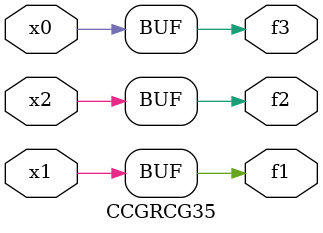
<source format=v>
module CCGRCG35(
	input x0, x1, x2,
	output f1, f2, f3
);
	assign f1 = x1;
	assign f2 = x2;
	assign f3 = x0;
endmodule

</source>
